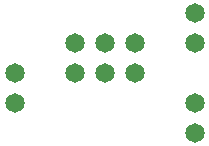
<source format=gbs>
G04 #@! TF.FileFunction,Soldermask,Bot*
%FSLAX46Y46*%
G04 Gerber Fmt 4.6, Leading zero omitted, Abs format (unit mm)*
G04 Created by KiCad (PCBNEW 0.201505262310+5684~23~ubuntu14.04.1-product) date Sun 31 May 2015 11:28:12 PM CDT*
%MOMM*%
G01*
G04 APERTURE LIST*
%ADD10C,0.100000*%
%ADD11C,1.651000*%
G04 APERTURE END LIST*
D10*
D11*
X149860000Y-101600000D03*
X149860000Y-104140000D03*
X152400000Y-101600000D03*
X152400000Y-104140000D03*
X154940000Y-101600000D03*
X154940000Y-104140000D03*
X144780000Y-104140000D03*
X144780000Y-106680000D03*
X160020000Y-106680000D03*
X160020000Y-109220000D03*
X160020000Y-99060000D03*
X160020000Y-101600000D03*
M02*

</source>
